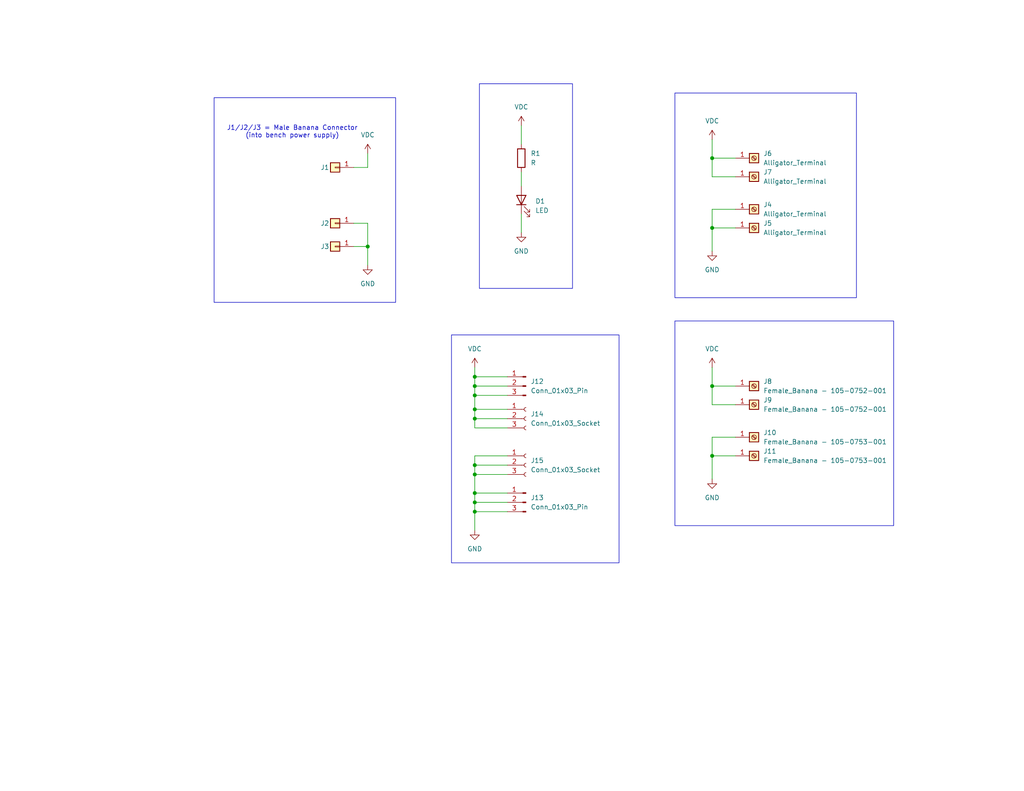
<source format=kicad_sch>
(kicad_sch (version 20250114) (generator "eeschema") (generator_version "9.0")
  (paper "USLetter")
  (title_block (date "2025-06-14") (rev "Rev 1"))
  (lib_symbols
    (symbol "Connector:Conn_01x03_Pin" (pin_names (offset 1.016) (hide yes))
      (property "Reference" "J" (at 0 5.08 0))
      (property "Value" "Conn_01x03_Pin" (at 0 -5.08 0))
      (symbol "Conn_01x03_Pin_1_1"
        (rectangle (start 0.8636 2.667) (end 0 2.413) (stroke (width 0.1524)) (fill (type outline)))
        (rectangle (start 0.8636 0.127) (end 0 -0.127) (stroke (width 0.1524)) (fill (type outline)))
        (rectangle (start 0.8636 -2.413) (end 0 -2.667) (stroke (width 0.1524)) (fill (type outline)))
        (polyline (pts (xy 1.27 2.54) (xy 0.8636 2.54)) (stroke (width 0.1524)))
        (polyline (pts (xy 1.27 0) (xy 0.8636 0)) (stroke (width 0.1524)))
        (polyline (pts (xy 1.27 -2.54) (xy 0.8636 -2.54)) (stroke (width 0.1524)))
        (pin passive line (at 5.08 2.54 180) (length 3.81) (name "Pin_1") (number "1"))
        (pin passive line (at 5.08 0 180) (length 3.81) (name "Pin_2") (number "2"))
        (pin passive line (at 5.08 -2.54 180) (length 3.81) (name "Pin_3") (number "3"))
      )
    )
    (symbol "Connector:Conn_01x03_Socket" (pin_names (offset 1.016) (hide yes))
      (property "Reference" "J" (at 0 5.08 0))
      (property "Value" "Conn_01x03_Socket" (at 0 -5.08 0))
      (symbol "Conn_01x03_Socket_1_1"
        (polyline (pts (xy -1.27 2.54) (xy -0.508 2.54)) (stroke (width 0.1524)))
        (polyline (pts (xy -1.27 0) (xy -0.508 0)) (stroke (width 0.1524)))
        (polyline (pts (xy -1.27 -2.54) (xy -0.508 -2.54)) (stroke (width 0.1524)))
        (arc (start 0 2.032) (mid -0.5058 2.54) (end 0 3.048) (stroke (width 0.1524)))
        (arc (start 0 -0.508) (mid -0.5058 0) (end 0 0.508) (stroke (width 0.1524)))
        (arc (start 0 -3.048) (mid -0.5058 -2.54) (end 0 -2.032) (stroke (width 0.1524)))
        (pin passive line (at -5.08 2.54 0) (length 3.81) (name "Pin_1") (number "1"))
        (pin passive line (at -5.08 0 0) (length 3.81) (name "Pin_2") (number "2"))
        (pin passive line (at -5.08 -2.54 0) (length 3.81) (name "Pin_3") (number "3"))
      )
    )
    (symbol "Connector:Screw_Terminal_01x01" (pin_names (offset 1.016) (hide yes))
      (property "Reference" "J" (at 0 2.54 0))
      (property "Value" "Screw_Terminal_01x01" (at 0 -2.54 0))
      (symbol "Screw_Terminal_01x01_1_1"
        (rectangle (start -1.27 1.27) (end 1.27 -1.27) (stroke (width 0.254)) (fill (type background)))
        (polyline (pts (xy -0.5334 0.3302) (xy 0.3302 -0.508)) (stroke (width 0.1524)))
        (polyline (pts (xy -0.3556 0.508) (xy 0.508 -0.3302)) (stroke (width 0.1524)))
        (circle (center 0 0) (radius 0.635) (stroke (width 0.1524)))
        (pin passive line (at -5.08 0 0) (length 3.81) (name "Pin_1") (number "1"))
      )
    )
    (symbol "Connector_Generic:Conn_01x01" (pin_names (offset 1.016) (hide yes))
      (property "Reference" "J" (at 0 2.54 0))
      (property "Value" "Conn_01x01" (at 0 -2.54 0))
      (symbol "Conn_01x01_1_1"
        (rectangle (start -1.27 1.27) (end 1.27 -1.27) (stroke (width 0.254)) (fill (type background)))
        (rectangle (start -1.27 0.127) (end 0 -0.127) (stroke (width 0.1524)))
        (pin passive line (at -5.08 0 0) (length 3.81) (name "Pin_1") (number "1"))
      )
    )
    (symbol "Device:LED" (pin_numbers (hide yes)) (pin_names (offset 1.016) (hide yes))
      (property "Reference" "D" (at 0 2.54 0))
      (property "Value" "LED" (at 0 -2.54 0))
      (symbol "LED_0_1"
        (polyline (pts (xy -3.048 -0.762) (xy -4.572 -2.286) (xy -3.81 -2.286) (xy -4.572 -2.286) (xy -4.572 -1.524)))
        (polyline (pts (xy -1.778 -0.762) (xy -3.302 -2.286) (xy -2.54 -2.286) (xy -3.302 -2.286) (xy -3.302 -1.524)))
        (polyline (pts (xy -1.27 0) (xy 1.27 0)))
        (polyline (pts (xy -1.27 -1.27) (xy -1.27 1.27)) (stroke (width 0.254)))
        (polyline (pts (xy 1.27 -1.27) (xy 1.27 1.27) (xy -1.27 0) (xy 1.27 -1.27)) (stroke (width 0.254)))
      )
      (symbol "LED_1_1"
        (pin passive line (at -3.81 0 0) (length 2.54) (name "K") (number "1"))
        (pin passive line (at 3.81 0 180) (length 2.54) (name "A") (number "2"))
      )
    )
    (symbol "Device:R" (pin_numbers (hide yes)) (pin_names (offset 0))
      (property "Reference" "R" (at 2.032 0 90))
      (property "Value" "R" (at 0 0 90))
      (symbol "R_0_1"
        (rectangle (start -1.016 -2.54) (end 1.016 2.54) (stroke (width 0.254)))
      )
      (symbol "R_1_1"
        (pin passive line (at 0 3.81 270) (length 1.27) (name "~") (number "1"))
        (pin passive line (at 0 -3.81 90) (length 1.27) (name "~") (number "2"))
      )
    )
    (symbol "power:GND" (power) (pin_numbers (hide yes)) (pin_names (offset 0) (hide yes))
      (property "Value" "GND" (at 0 -3.81 0))
      (symbol "GND_0_1"
        (polyline (pts (xy 0 0) (xy 0 -1.27) (xy 1.27 -1.27) (xy 0 -2.54) (xy -1.27 -1.27) (xy 0 -1.27)))
      )
      (symbol "GND_1_1"
        (pin power_in line (at 0 0 270) (length 0) (name "~") (number "1"))
      )
    )
    (symbol "power:VDC" (power) (pin_numbers (hide yes)) (pin_names (offset 0) (hide yes))
      (property "Value" "VDC" (at 0 3.556 0))
      (symbol "VDC_0_1"
        (polyline (pts (xy -0.762 1.27) (xy 0 2.54)))
        (polyline (pts (xy 0 2.54) (xy 0.762 1.27)))
        (polyline (pts (xy 0 0) (xy 0 2.54)))
      )
      (symbol "VDC_1_1"
        (pin power_in line (at 0 0 90) (length 0) (name "~") (number "1"))
      )
    )
  )
  (rectangle (start 58.42 26.67) (end 107.95 82.55))
  (rectangle (start 184.15 25.4) (end 233.68 81.28))
  (rectangle (start 123.19 91.44) (end 168.91 153.67))
  (rectangle (start 130.81 22.86) (end 156.21 78.74))
  (rectangle (start 184.15 87.63) (end 243.84 143.51))
  (text "J1/J2/J3 = Male Banana Connector\n(into bench power supply)\n" (at 79.756 36.068 0) (effects (font (size 1.27 1.27))))
  (junction (at 129.54 114.3))
  (junction (at 129.54 102.87))
  (junction (at 194.31 43.18))
  (junction (at 194.31 62.23))
  (junction (at 129.54 139.7))
  (junction (at 194.31 105.41))
  (junction (at 129.54 111.76))
  (junction (at 129.54 105.41))
  (junction (at 129.54 129.54))
  (junction (at 194.31 124.46))
  (junction (at 129.54 107.95))
  (junction (at 129.54 134.62))
  (junction (at 100.33 67.31))
  (junction (at 129.54 137.16))
  (junction (at 129.54 127))
  (wire (pts (xy 129.54 102.87) (xy 138.43 102.87)))
  (wire (pts (xy 129.54 111.76) (xy 129.54 114.3)))
  (wire (pts (xy 142.24 58.42) (xy 142.24 63.5)))
  (wire (pts (xy 129.54 116.84) (xy 138.43 116.84)))
  (wire (pts (xy 194.31 38.1) (xy 194.31 43.18)))
  (wire (pts (xy 129.54 134.62) (xy 129.54 137.16)))
  (wire (pts (xy 129.54 139.7) (xy 138.43 139.7)))
  (wire (pts (xy 129.54 134.62) (xy 138.43 134.62)))
  (wire (pts (xy 194.31 110.49) (xy 200.66 110.49)))
  (wire (pts (xy 129.54 124.46) (xy 138.43 124.46)))
  (wire (pts (xy 129.54 137.16) (xy 138.43 137.16)))
  (wire (pts (xy 194.31 119.38) (xy 194.31 124.46)))
  (wire (pts (xy 129.54 102.87) (xy 129.54 105.41)))
  (wire (pts (xy 129.54 139.7) (xy 129.54 144.78)))
  (wire (pts (xy 194.31 48.26) (xy 200.66 48.26)))
  (wire (pts (xy 194.31 62.23) (xy 200.66 62.23)))
  (wire (pts (xy 129.54 127) (xy 129.54 129.54)))
  (wire (pts (xy 194.31 105.41) (xy 200.66 105.41)))
  (wire (pts (xy 194.31 105.41) (xy 194.31 110.49)))
  (wire (pts (xy 100.33 41.91) (xy 100.33 45.72)))
  (wire (pts (xy 129.54 129.54) (xy 129.54 134.62)))
  (wire (pts (xy 129.54 105.41) (xy 129.54 107.95)))
  (wire (pts (xy 129.54 124.46) (xy 129.54 127)))
  (wire (pts (xy 129.54 111.76) (xy 138.43 111.76)))
  (wire (pts (xy 194.31 124.46) (xy 200.66 124.46)))
  (wire (pts (xy 129.54 114.3) (xy 138.43 114.3)))
  (wire (pts (xy 129.54 129.54) (xy 138.43 129.54)))
  (wire (pts (xy 129.54 114.3) (xy 129.54 116.84)))
  (wire (pts (xy 194.31 124.46) (xy 194.31 130.81)))
  (wire (pts (xy 194.31 43.18) (xy 194.31 48.26)))
  (wire (pts (xy 100.33 60.96) (xy 100.33 67.31)))
  (wire (pts (xy 129.54 107.95) (xy 129.54 111.76)))
  (wire (pts (xy 129.54 107.95) (xy 138.43 107.95)))
  (wire (pts (xy 129.54 105.41) (xy 138.43 105.41)))
  (wire (pts (xy 194.31 100.33) (xy 194.31 105.41)))
  (wire (pts (xy 96.52 45.72) (xy 100.33 45.72)))
  (wire (pts (xy 96.52 60.96) (xy 100.33 60.96)))
  (wire (pts (xy 100.33 67.31) (xy 100.33 72.39)))
  (wire (pts (xy 142.24 46.99) (xy 142.24 50.8)))
  (wire (pts (xy 129.54 100.33) (xy 129.54 102.87)))
  (wire (pts (xy 142.24 34.29) (xy 142.24 39.37)))
  (wire (pts (xy 129.54 137.16) (xy 129.54 139.7)))
  (wire (pts (xy 200.66 57.15) (xy 194.31 57.15)))
  (wire (pts (xy 194.31 57.15) (xy 194.31 62.23)))
  (wire (pts (xy 194.31 62.23) (xy 194.31 68.58)))
  (wire (pts (xy 194.31 43.18) (xy 200.66 43.18)))
  (wire (pts (xy 96.52 67.31) (xy 100.33 67.31)))
  (wire (pts (xy 129.54 127) (xy 138.43 127)))
  (wire (pts (xy 200.66 119.38) (xy 194.31 119.38)))
  (symbol (lib_id "power:GND") (at 194.31 130.81 0) (unit 1)
    (property "Reference" "#PWR08" (effects (hide yes)))
    (property "Value" "GND" (at 194.31 135.89 0))
    (property "Description" "Power symbol creates a global label with name \"GND\" , ground" (effects (hide yes)))
  )
  (symbol (lib_id "Connector:Conn_01x03_Socket") (at 143.51 127 0) (unit 1)
    (property "Reference" "J15" (at 144.78 125.7299 0) (effects (justify left)))
    (property "Value" "Conn_01x03_Socket" (at 144.78 128.2699 0) (effects (justify left)))
    (property "Footprint" "Connector_PinSocket_2.54mm:PinSocket_1x03_P2.54mm_Vertical" (effects (hide yes)))
    (property "Description" "Generic connector, single row, 01x03, script generated" (effects (hide yes)))
  )
  (symbol (lib_id "Connector:Screw_Terminal_01x01") (at 205.74 48.26 0) (unit 1)
    (property "Reference" "J7" (at 208.28 46.9899 0) (effects (justify left)))
    (property "Value" "Alligator_Terminal" (at 208.28 49.5299 0) (effects (justify left)))
    (property "Footprint" "00-footprint-lib:EdgeAlligatorConnector" (effects (hide yes)))
    (property "Description" "Generic screw terminal, single row, 01x01, script generated (kicad-library-utils/schlib/autogen/connector/)" (effects (hide yes)))
  )
  (symbol (lib_id "Connector:Conn_01x03_Socket") (at 143.51 114.3 0) (unit 1)
    (property "Reference" "J14" (at 144.78 113.0299 0) (effects (justify left)))
    (property "Value" "Conn_01x03_Socket" (at 144.78 115.5699 0) (effects (justify left)))
    (property "Footprint" "Connector_PinSocket_2.54mm:PinSocket_1x03_P2.54mm_Vertical" (effects (hide yes)))
    (property "Description" "Generic connector, single row, 01x03, script generated" (effects (hide yes)))
  )
  (symbol (lib_id "power:VDC") (at 129.54 100.33 0) (unit 1)
    (property "Reference" "#PWR09" (effects (hide yes)))
    (property "Value" "VDC" (at 129.54 95.25 0))
    (property "Description" "Power symbol creates a global label with name \"VDC\"" (effects (hide yes)))
  )
  (symbol (lib_id "Connector:Conn_01x03_Pin") (at 143.51 105.41 0) (mirror y) (unit 1)
    (property "Reference" "J12" (at 144.78 104.1399 0) (effects (justify right)))
    (property "Value" "Conn_01x03_Pin" (at 144.78 106.6799 0) (effects (justify right)))
    (property "Footprint" "Connector_PinHeader_2.54mm:PinHeader_1x03_P2.54mm_Vertical" (effects (hide yes)))
    (property "Description" "Generic connector, single row, 01x03, script generated" (effects (hide yes)))
  )
  (symbol (lib_id "Connector:Screw_Terminal_01x01") (at 205.74 124.46 0) (unit 1)
    (property "Reference" "J11" (at 208.28 123.1899 0) (effects (justify left)))
    (property "Value" "Female_Banana - 105-0753-001" (at 208.28 125.7299 0) (effects (justify left)))
    (property "Footprint" "TestPoint:TestPoint_Bridge_Pitch5.08mm_Drill1.3mm" (effects (hide yes)))
    (property "Description" "Generic screw terminal, single row, 01x01, script generated (kicad-library-utils/schlib/autogen/connector/)" (effects (hide yes)))
  )
  (symbol (lib_id "power:GND") (at 142.24 63.5 0) (unit 1)
    (property "Reference" "#PWR02" (effects (hide yes)))
    (property "Value" "GND" (at 142.24 68.58 0))
    (property "Description" "Power symbol creates a global label with name \"GND\" , ground" (effects (hide yes)))
  )
  (symbol (lib_id "Connector_Generic:Conn_01x01") (at 91.44 60.96 0) (mirror y) (unit 1)
    (property "Reference" "J2" (at 88.646 60.96 0))
    (property "Value" "Conn_01x01" (effects (hide yes)))
    (property "Footprint" "MountingHole:MountingHole_3.2mm_M3_Pad" (effects (hide yes)))
    (property "Description" "Generic connector, single row, 01x01, script generated (kicad-library-utils/schlib/autogen/connector/)" (effects (hide yes)))
  )
  (symbol (lib_id "power:GND") (at 129.54 144.78 0) (unit 1)
    (property "Reference" "#PWR010" (effects (hide yes)))
    (property "Value" "GND" (at 129.54 149.86 0))
    (property "Description" "Power symbol creates a global label with name \"GND\" , ground" (effects (hide yes)))
  )
  (symbol (lib_id "Device:LED") (at 142.24 54.61 90) (unit 1)
    (property "Reference" "D1" (at 146.05 54.9274 90) (effects (justify right)))
    (property "Value" "LED" (at 146.05 57.4674 90) (effects (justify right)))
    (property "Footprint" "LED_SMD:LED_1206_3216Metric_Pad1.42x1.75mm_HandSolder" (effects (hide yes)))
    (property "Description" "Light emitting diode" (effects (hide yes)))
    (property "Sim.Pins" "1=K 2=A" (effects (hide yes)))
  )
  (symbol (lib_id "Connector:Screw_Terminal_01x01") (at 205.74 57.15 0) (unit 1)
    (property "Reference" "J4" (at 208.28 55.8799 0) (effects (justify left)))
    (property "Value" "Alligator_Terminal" (at 208.28 58.4199 0) (effects (justify left)))
    (property "Footprint" "00-footprint-lib:EdgeAlligatorConnector" (effects (hide yes)))
    (property "Description" "Generic screw terminal, single row, 01x01, script generated (kicad-library-utils/schlib/autogen/connector/)" (effects (hide yes)))
  )
  (symbol (lib_id "power:GND") (at 194.31 68.58 0) (unit 1)
    (property "Reference" "#PWR03" (effects (hide yes)))
    (property "Value" "GND" (at 194.31 73.66 0))
    (property "Description" "Power symbol creates a global label with name \"GND\" , ground" (effects (hide yes)))
  )
  (symbol (lib_id "Connector:Screw_Terminal_01x01") (at 205.74 119.38 0) (unit 1)
    (property "Reference" "J10" (at 208.28 118.1099 0) (effects (justify left)))
    (property "Value" "Female_Banana - 105-0753-001" (at 208.28 120.6499 0) (effects (justify left)))
    (property "Footprint" "TestPoint:TestPoint_Bridge_Pitch5.08mm_Drill1.3mm" (effects (hide yes)))
    (property "Description" "Generic screw terminal, single row, 01x01, script generated (kicad-library-utils/schlib/autogen/connector/)" (effects (hide yes)))
  )
  (symbol (lib_id "Connector_Generic:Conn_01x01") (at 91.44 67.31 0) (mirror y) (unit 1)
    (property "Reference" "J3" (at 88.646 67.31 0))
    (property "Value" "Conn_01x01" (effects (hide yes)))
    (property "Footprint" "MountingHole:MountingHole_3.2mm_M3_Pad" (effects (hide yes)))
    (property "Description" "Generic connector, single row, 01x01, script generated (kicad-library-utils/schlib/autogen/connector/)" (effects (hide yes)))
  )
  (symbol (lib_id "Device:R") (at 142.24 43.18 0) (unit 1)
    (property "Reference" "R1" (at 144.78 41.9099 0) (effects (justify left)))
    (property "Value" "R" (at 144.78 44.4499 0) (effects (justify left)))
    (property "Footprint" "Resistor_SMD:R_1206_3216Metric_Pad1.30x1.75mm_HandSolder" (effects (hide yes)))
    (property "Description" "Resistor" (effects (hide yes)))
  )
  (symbol (lib_id "power:VDC") (at 194.31 38.1 0) (unit 1)
    (property "Reference" "#PWR06" (effects (hide yes)))
    (property "Value" "VDC" (at 194.31 33.02 0))
    (property "Description" "Power symbol creates a global label with name \"VDC\"" (effects (hide yes)))
  )
  (symbol (lib_id "Connector:Conn_01x03_Pin") (at 143.51 137.16 0) (mirror y) (unit 1)
    (property "Reference" "J13" (at 144.78 135.8899 0) (effects (justify right)))
    (property "Value" "Conn_01x03_Pin" (at 144.78 138.4299 0) (effects (justify right)))
    (property "Footprint" "Connector_PinHeader_2.54mm:PinHeader_1x03_P2.54mm_Vertical" (effects (hide yes)))
    (property "Description" "Generic connector, single row, 01x03, script generated" (effects (hide yes)))
  )
  (symbol (lib_id "Connector:Screw_Terminal_01x01") (at 205.74 62.23 0) (unit 1)
    (property "Reference" "J5" (at 208.28 60.9599 0) (effects (justify left)))
    (property "Value" "Alligator_Terminal" (at 208.28 63.4999 0) (effects (justify left)))
    (property "Footprint" "00-footprint-lib:EdgeAlligatorConnector" (effects (hide yes)))
    (property "Description" "Generic screw terminal, single row, 01x01, script generated (kicad-library-utils/schlib/autogen/connector/)" (effects (hide yes)))
  )
  (symbol (lib_id "power:GND") (at 100.33 72.39 0) (unit 1)
    (property "Reference" "#PWR01" (effects (hide yes)))
    (property "Value" "GND" (at 100.33 77.47 0))
    (property "Description" "Power symbol creates a global label with name \"GND\" , ground" (effects (hide yes)))
  )
  (symbol (lib_id "Connector:Screw_Terminal_01x01") (at 205.74 110.49 0) (unit 1)
    (property "Reference" "J9" (at 208.28 109.2199 0) (effects (justify left)))
    (property "Value" "Female_Banana - 105-0752-001" (at 208.28 111.7599 0) (effects (justify left)))
    (property "Footprint" "TestPoint:TestPoint_Bridge_Pitch5.08mm_Drill1.3mm" (effects (hide yes)))
    (property "Description" "Generic screw terminal, single row, 01x01, script generated (kicad-library-utils/schlib/autogen/connector/)" (effects (hide yes)))
  )
  (symbol (lib_id "Connector_Generic:Conn_01x01") (at 91.44 45.72 0) (mirror y) (unit 1)
    (property "Reference" "J1" (at 88.646 45.72 0))
    (property "Value" "Conn_01x01" (effects (hide yes)))
    (property "Footprint" "MountingHole:MountingHole_3.2mm_M3_Pad" (effects (hide yes)))
    (property "Description" "Generic connector, single row, 01x01, script generated (kicad-library-utils/schlib/autogen/connector/)" (effects (hide yes)))
  )
  (symbol (lib_id "power:VDC") (at 194.31 100.33 0) (unit 1)
    (property "Reference" "#PWR07" (effects (hide yes)))
    (property "Value" "VDC" (at 194.31 95.25 0))
    (property "Description" "Power symbol creates a global label with name \"VDC\"" (effects (hide yes)))
  )
  (symbol (lib_id "Connector:Screw_Terminal_01x01") (at 205.74 43.18 0) (unit 1)
    (property "Reference" "J6" (at 208.28 41.9099 0) (effects (justify left)))
    (property "Value" "Alligator_Terminal" (at 208.28 44.4499 0) (effects (justify left)))
    (property "Footprint" "00-footprint-lib:EdgeAlligatorConnector" (effects (hide yes)))
    (property "Description" "Generic screw terminal, single row, 01x01, script generated (kicad-library-utils/schlib/autogen/connector/)" (effects (hide yes)))
  )
  (symbol (lib_id "Connector:Screw_Terminal_01x01") (at 205.74 105.41 0) (unit 1)
    (property "Reference" "J8" (at 208.28 104.1399 0) (effects (justify left)))
    (property "Value" "Female_Banana - 105-0752-001" (at 208.28 106.6799 0) (effects (justify left)))
    (property "Footprint" "TestPoint:TestPoint_Bridge_Pitch5.08mm_Drill1.3mm" (effects (hide yes)))
    (property "Description" "Generic screw terminal, single row, 01x01, script generated (kicad-library-utils/schlib/autogen/connector/)" (effects (hide yes)))
  )
  (symbol (lib_id "power:VDC") (at 100.33 41.91 0) (unit 1)
    (property "Reference" "#PWR04" (effects (hide yes)))
    (property "Value" "VDC" (at 100.33 36.83 0))
    (property "Description" "Power symbol creates a global label with name \"VDC\"" (effects (hide yes)))
  )
  (symbol (lib_id "power:VDC") (at 142.24 34.29 0) (unit 1)
    (property "Reference" "#PWR05" (effects (hide yes)))
    (property "Value" "VDC" (at 142.24 29.21 0))
    (property "Description" "Power symbol creates a global label with name \"VDC\"" (effects (hide yes)))
  )
)
</source>
